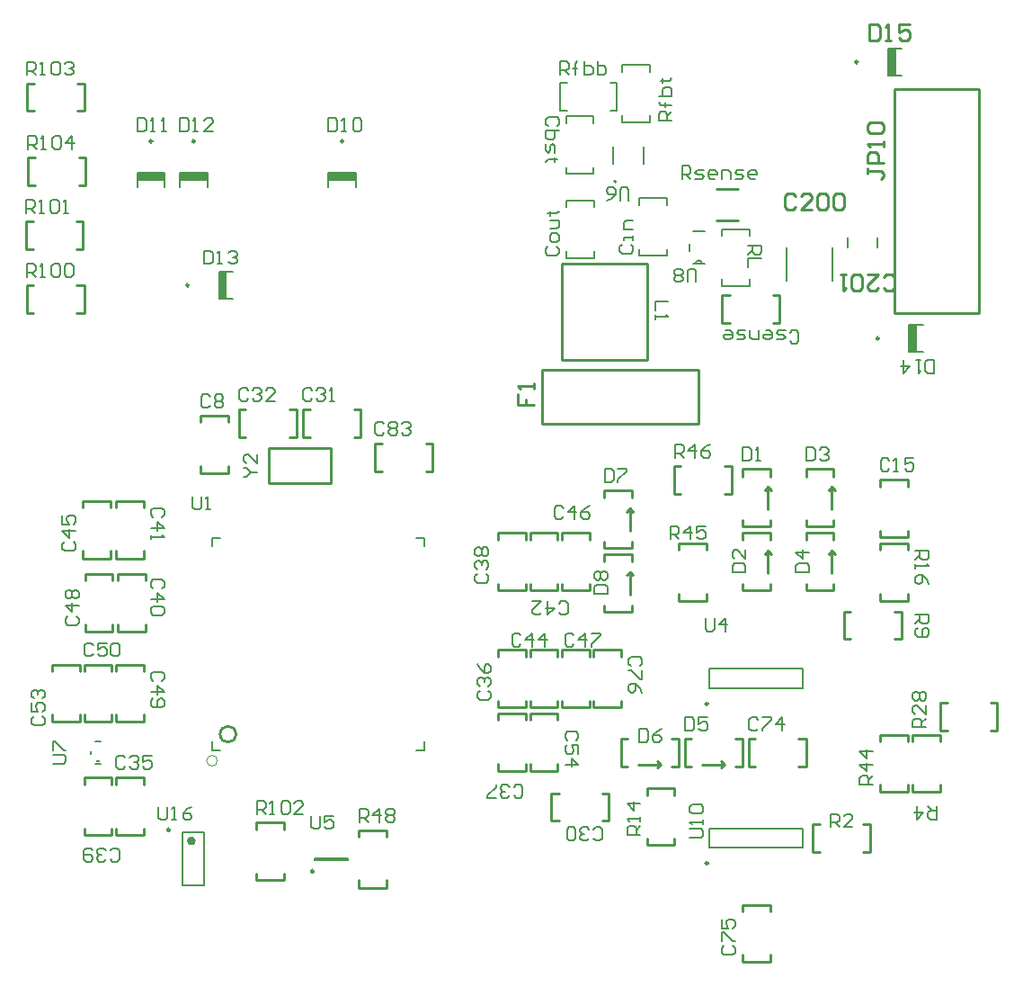
<source format=gto>
G04 Layer_Color=65535*
%FSLAX25Y25*%
%MOIN*%
G70*
G01*
G75*
%ADD31C,0.00787*%
%ADD32C,0.01000*%
%ADD57C,0.00984*%
%ADD58C,0.00600*%
%ADD59C,0.01575*%
%ADD60C,0.00000*%
%ADD61C,0.00800*%
%ADD62C,0.00591*%
%ADD63R,0.03062X0.10236*%
%ADD64R,0.10236X0.03062*%
D31*
X349606Y404547D02*
G03*
X349606Y404547I-394J0D01*
G01*
X435433Y380118D02*
Y383661D01*
X446457Y380118D02*
Y383661D01*
X429823Y367913D02*
Y380118D01*
X412697Y367913D02*
Y380118D01*
X458268Y341339D02*
Y351575D01*
Y341339D02*
X463527D01*
X458268Y351575D02*
X458268Y351575D01*
X463527D01*
X450394Y453937D02*
X455653D01*
X450394Y453937D02*
X450394Y453937D01*
X450394Y443701D02*
X455653D01*
X450394D02*
Y453937D01*
X202362Y361024D02*
Y371260D01*
Y361024D02*
X207622D01*
X202362Y371260D02*
X202362Y371260D01*
X207622D01*
X187795Y407874D02*
X198031D01*
X187795Y402614D02*
Y407874D01*
X198031D02*
X198031Y407874D01*
Y402614D02*
Y407874D01*
X172047Y407874D02*
X182283D01*
X172047Y402614D02*
Y407874D01*
X182283D02*
X182283Y407874D01*
Y402614D02*
Y407874D01*
X242913Y407874D02*
X253150D01*
X242913Y402614D02*
Y407874D01*
X253150D02*
X253150Y407874D01*
Y402614D02*
Y407874D01*
X188976Y143701D02*
Y163386D01*
X196850Y143701D02*
Y163386D01*
X188976D02*
X196850D01*
X188976Y143701D02*
X196850D01*
X418898Y157874D02*
Y164961D01*
X384252Y157874D02*
Y164961D01*
X418898D01*
X384252Y157874D02*
X418898D01*
X237992Y153150D02*
Y153937D01*
X250197Y153150D02*
Y153937D01*
X237992Y153150D02*
X250197D01*
X237992Y153937D02*
X250197D01*
X418898Y216929D02*
Y224016D01*
X384252Y216929D02*
Y224016D01*
X418898D01*
X384252Y216929D02*
X418898D01*
X359842Y411240D02*
Y417539D01*
X348425Y411240D02*
Y417539D01*
X351969Y447657D02*
X362205D01*
X351969Y426398D02*
X362205D01*
X351969D02*
Y429153D01*
X362205Y426398D02*
Y429153D01*
Y445295D02*
Y447657D01*
X351969Y445295D02*
Y447657D01*
X350000Y430925D02*
Y441161D01*
X328740Y430925D02*
Y441161D01*
X331496D01*
X328740Y430925D02*
X331496D01*
X347638D02*
X350000D01*
X347638Y441161D02*
X350000D01*
X331299Y397461D02*
X341535D01*
X331299Y376201D02*
X341535D01*
X331299D02*
Y378957D01*
X341535Y376201D02*
Y378957D01*
Y395098D02*
Y397461D01*
X331299Y395098D02*
Y397461D01*
X358268Y377177D02*
X368504D01*
X358268Y398437D02*
X368504D01*
Y395681D02*
Y398437D01*
X358268Y395681D02*
Y398437D01*
Y377177D02*
Y379539D01*
X368504Y377177D02*
Y379539D01*
X331102Y407500D02*
X341339D01*
X331102Y428760D02*
X341339D01*
Y426004D02*
Y428760D01*
X331102Y426004D02*
Y428760D01*
Y407500D02*
Y409862D01*
X341339Y407500D02*
Y409862D01*
X388976Y384559D02*
Y386921D01*
X399213Y384559D02*
Y386921D01*
Y365661D02*
Y368417D01*
X388976Y365661D02*
Y368417D01*
Y365661D02*
X399213D01*
X388976Y386921D02*
X399213D01*
X378215Y386130D02*
X382415D01*
X376915Y378830D02*
Y381430D01*
X378215Y374130D02*
X379115D01*
X381515D01*
X382415D01*
D32*
X208661Y199803D02*
G03*
X208661Y199803I-2953J0D01*
G01*
X329528Y338602D02*
Y374035D01*
Y338602D02*
X361024D01*
Y374035D01*
X329528D02*
X361024D01*
X452756Y355906D02*
X484252D01*
Y438976D01*
X452756D02*
X484252D01*
X452756Y355906D02*
Y438976D01*
X243783Y292713D02*
Y305713D01*
X220783D02*
X243783D01*
X220783Y292713D02*
Y305713D01*
Y292713D02*
X243783D01*
X152756Y403150D02*
Y413386D01*
X131496Y403150D02*
Y413386D01*
X134252D01*
X131496Y403150D02*
X134252D01*
X150394D02*
X152756D01*
X150394Y413386D02*
X152756D01*
X152362Y430709D02*
Y440945D01*
X131102Y430709D02*
Y440945D01*
X133858D01*
X131102Y430709D02*
X133858D01*
X150000D02*
X152362D01*
X150000Y440945D02*
X152362D01*
X216339Y145866D02*
X226575D01*
X216339Y167126D02*
X226575D01*
Y164370D02*
Y167126D01*
X216339Y164370D02*
Y167126D01*
Y145866D02*
Y148228D01*
X226575Y145866D02*
Y148228D01*
X151969Y379528D02*
Y389764D01*
X130709Y379528D02*
Y389764D01*
X133465D01*
X130709Y379528D02*
X133465D01*
X149606D02*
X151969D01*
X149606Y389764D02*
X151969D01*
X131102Y355906D02*
Y366142D01*
X152362Y355906D02*
Y366142D01*
X149606Y355906D02*
X152362D01*
X149606Y366142D02*
X152362D01*
X131102D02*
X133465D01*
X131102Y355906D02*
X133465D01*
X254331Y164173D02*
X264567D01*
X254331Y142913D02*
X264567D01*
X254331D02*
Y145669D01*
X264567Y142913D02*
Y145669D01*
Y161811D02*
Y164173D01*
X254331Y161811D02*
Y164173D01*
X371260Y288976D02*
Y299213D01*
X392520Y288976D02*
Y299213D01*
X389764Y288976D02*
X392520D01*
X389764Y299213D02*
X392520D01*
X371260D02*
X373622D01*
X371260Y288976D02*
X373622D01*
X372835Y270472D02*
X383071D01*
X372835Y249213D02*
X383071D01*
X372835D02*
Y251969D01*
X383071Y249213D02*
Y251969D01*
Y268110D02*
Y270472D01*
X372835Y268110D02*
Y270472D01*
X447638Y199606D02*
X457874D01*
X447638Y178347D02*
X457874D01*
X447638D02*
Y181102D01*
X457874Y178347D02*
Y181102D01*
Y197244D02*
Y199606D01*
X447638Y197244D02*
Y199606D01*
X490945Y201181D02*
Y211417D01*
X469685Y201181D02*
Y211417D01*
X472441D01*
X469685Y201181D02*
X472441D01*
X488583D02*
X490945D01*
X488583Y211417D02*
X490945D01*
X447638Y270472D02*
X457874D01*
X447638Y249213D02*
X457874D01*
X447638D02*
Y251969D01*
X457874Y249213D02*
Y251969D01*
Y268110D02*
Y270472D01*
X447638Y268110D02*
Y270472D01*
X361024Y158661D02*
X371260D01*
X361024Y179921D02*
X371260D01*
Y177165D02*
Y179921D01*
X361024Y177165D02*
Y179921D01*
Y158661D02*
Y161024D01*
X371260Y158661D02*
Y161024D01*
X434252Y235039D02*
Y245276D01*
X455512Y235039D02*
Y245276D01*
X452756Y235039D02*
X455512D01*
X452756Y245276D02*
X455512D01*
X434252D02*
X436614D01*
X434252Y235039D02*
X436614D01*
X459449Y199606D02*
X469685D01*
X459449Y178347D02*
X469685D01*
X459449D02*
Y181102D01*
X469685Y178347D02*
Y181102D01*
Y197244D02*
Y199606D01*
X459449Y197244D02*
Y199606D01*
X443701Y156299D02*
Y166535D01*
X422441Y156299D02*
Y166535D01*
X425197D01*
X422441Y156299D02*
X425197D01*
X441339D02*
X443701D01*
X441339Y166535D02*
X443701D01*
X345276Y245276D02*
X355512D01*
Y263779D02*
Y266535D01*
X345276Y263779D02*
Y266535D01*
Y245276D02*
Y247638D01*
X355512Y245276D02*
Y247638D01*
X345276Y266535D02*
X355512D01*
X354724Y251575D02*
Y259842D01*
X355906Y258661D01*
X353543D02*
X354724Y259842D01*
X345276Y268898D02*
X355512D01*
Y287402D02*
Y290158D01*
X345276Y287402D02*
Y290158D01*
Y268898D02*
Y271260D01*
X355512Y268898D02*
Y271260D01*
X345276Y290158D02*
X355512D01*
X354724Y275197D02*
Y283465D01*
X355906Y282283D01*
X353543D02*
X354724Y283465D01*
X351575Y187795D02*
Y198031D01*
X370079Y187795D02*
X372835D01*
X370079Y198031D02*
X372835D01*
X351575D02*
X353937D01*
X351575Y187795D02*
X353937D01*
X372835D02*
Y198031D01*
X357874Y188583D02*
X366142D01*
X364961Y187402D02*
X366142Y188583D01*
X364961Y189764D02*
X366142Y188583D01*
X375197Y187795D02*
Y198031D01*
X393701Y187795D02*
X396457D01*
X393701Y198031D02*
X396457D01*
X375197D02*
X377559D01*
X375197Y187795D02*
X377559D01*
X396457D02*
Y198031D01*
X381496Y188583D02*
X389764D01*
X388583Y187402D02*
X389764Y188583D01*
X388583Y189764D02*
X389764Y188583D01*
X420079Y253150D02*
X430315D01*
Y271654D02*
Y274410D01*
X420079Y271654D02*
Y274410D01*
Y253150D02*
Y255512D01*
X430315Y253150D02*
Y255512D01*
X420079Y274410D02*
X430315D01*
X429528Y259449D02*
Y267717D01*
X430709Y266535D01*
X428346D02*
X429528Y267717D01*
X420079Y276772D02*
X430315D01*
Y295276D02*
Y298031D01*
X420079Y295276D02*
Y298031D01*
Y276772D02*
Y279134D01*
X430315Y276772D02*
Y279134D01*
X420079Y298031D02*
X430315D01*
X429528Y283071D02*
Y291339D01*
X430709Y290158D01*
X428346D02*
X429528Y291339D01*
X396457Y253150D02*
X406693D01*
Y271654D02*
Y274410D01*
X396457Y271654D02*
Y274410D01*
Y253150D02*
Y255512D01*
X406693Y253150D02*
Y255512D01*
X396457Y274410D02*
X406693D01*
X405905Y259449D02*
Y267717D01*
X407087Y266535D01*
X404724D02*
X405905Y267717D01*
X396457Y276772D02*
X406693D01*
Y295276D02*
Y298031D01*
X396457Y295276D02*
Y298031D01*
Y276772D02*
Y279134D01*
X406693Y276772D02*
Y279134D01*
X396457Y298031D02*
X406693D01*
X405905Y283071D02*
Y291339D01*
X407087Y290158D01*
X404724D02*
X405905Y291339D01*
X410236Y352165D02*
Y362402D01*
X388976Y352165D02*
Y362402D01*
X391732D01*
X388976Y352165D02*
X391732D01*
X407874D02*
X410236D01*
X407874Y362402D02*
X410236D01*
X281496Y297244D02*
Y307480D01*
X260236Y297244D02*
Y307480D01*
X262992D01*
X260236Y297244D02*
X262992D01*
X279134D02*
X281496D01*
X279134Y307480D02*
X281496D01*
X341339Y209842D02*
X351575D01*
X341339Y231102D02*
X351575D01*
Y228346D02*
Y231102D01*
X341339Y228346D02*
Y231102D01*
Y209842D02*
Y212205D01*
X351575Y209842D02*
Y212205D01*
X396457Y136614D02*
X406693D01*
X396457Y115354D02*
X406693D01*
X396457D02*
Y118110D01*
X406693Y115354D02*
Y118110D01*
Y134252D02*
Y136614D01*
X396457Y134252D02*
Y136614D01*
X398819Y187795D02*
Y198031D01*
X420079Y187795D02*
Y198031D01*
X417323Y187795D02*
X420079D01*
X417323Y198031D02*
X420079D01*
X398819D02*
X401181D01*
X398819Y187795D02*
X401181D01*
X317717Y207480D02*
X327953D01*
X317717Y186221D02*
X327953D01*
X317717D02*
Y188976D01*
X327953Y186221D02*
Y188976D01*
Y205118D02*
Y207480D01*
X317717Y205118D02*
Y207480D01*
X140551Y225591D02*
X150787D01*
X140551Y204331D02*
X150787D01*
X140551D02*
Y207087D01*
X150787Y204331D02*
Y207087D01*
Y223228D02*
Y225591D01*
X140551Y223228D02*
Y225591D01*
X152362D02*
X162598D01*
X152362Y204331D02*
X162598D01*
X152362D02*
Y207087D01*
X162598Y204331D02*
Y207087D01*
Y223228D02*
Y225591D01*
X152362Y223228D02*
Y225591D01*
X164173D02*
X174409D01*
X164173Y204331D02*
X174409D01*
X164173D02*
Y207087D01*
X174409Y204331D02*
Y207087D01*
Y223228D02*
Y225591D01*
X164173Y223228D02*
Y225591D01*
X152756Y259055D02*
X162992D01*
X152756Y237795D02*
X162992D01*
X152756D02*
Y240551D01*
X162992Y237795D02*
Y240551D01*
Y256693D02*
Y259055D01*
X152756Y256693D02*
Y259055D01*
X329528Y209842D02*
X339764D01*
X329528Y231102D02*
X339764D01*
Y228346D02*
Y231102D01*
X329528Y228346D02*
Y231102D01*
Y209842D02*
Y212205D01*
X339764Y209842D02*
Y212205D01*
X329528Y253150D02*
X339764D01*
X329528Y274410D02*
X339764D01*
Y271654D02*
Y274410D01*
X329528Y271654D02*
Y274410D01*
Y253150D02*
Y255512D01*
X339764Y253150D02*
Y255512D01*
X151969Y286221D02*
X162205D01*
X151969Y264961D02*
X162205D01*
X151969D02*
Y267717D01*
X162205Y264961D02*
Y267717D01*
Y283858D02*
Y286221D01*
X151969Y283858D02*
Y286221D01*
X317717Y209842D02*
X327953D01*
X317717Y231102D02*
X327953D01*
Y228346D02*
Y231102D01*
X317717Y228346D02*
Y231102D01*
Y209842D02*
Y212205D01*
X327953Y209842D02*
Y212205D01*
X317717Y253150D02*
X327953D01*
X317717Y274410D02*
X327953D01*
Y271654D02*
Y274410D01*
X317717Y271654D02*
Y274410D01*
Y253150D02*
Y255512D01*
X327953Y253150D02*
Y255512D01*
X164173Y286221D02*
X174409D01*
X164173Y264961D02*
X174409D01*
X164173D02*
Y267717D01*
X174409Y264961D02*
Y267717D01*
Y283858D02*
Y286221D01*
X164173Y283858D02*
Y286221D01*
X164961Y259055D02*
X175197D01*
X164961Y237795D02*
X175197D01*
X164961D02*
Y240551D01*
X175197Y237795D02*
Y240551D01*
Y256693D02*
Y259055D01*
X164961Y256693D02*
Y259055D01*
X152362Y162598D02*
X162598D01*
X152362Y183858D02*
X162598D01*
Y181102D02*
Y183858D01*
X152362Y181102D02*
Y183858D01*
Y162598D02*
Y164961D01*
X162598Y162598D02*
Y164961D01*
X305906Y253150D02*
X316142D01*
X305906Y274410D02*
X316142D01*
Y271654D02*
Y274410D01*
X305906Y271654D02*
Y274410D01*
Y253150D02*
Y255512D01*
X316142Y253150D02*
Y255512D01*
X305906Y207480D02*
X316142D01*
X305906Y186221D02*
X316142D01*
X305906D02*
Y188976D01*
X316142Y186221D02*
Y188976D01*
Y205118D02*
Y207480D01*
X305906Y205118D02*
Y207480D01*
Y209842D02*
X316142D01*
X305906Y231102D02*
X316142D01*
Y228346D02*
Y231102D01*
X305906Y228346D02*
Y231102D01*
Y209842D02*
Y212205D01*
X316142Y209842D02*
Y212205D01*
X164173Y162598D02*
X174409D01*
X164173Y183858D02*
X174409D01*
Y181102D02*
Y183858D01*
X164173Y181102D02*
Y183858D01*
Y162598D02*
Y164961D01*
X174409Y162598D02*
Y164961D01*
X209842Y309842D02*
Y320079D01*
X231102Y309842D02*
Y320079D01*
X228346Y309842D02*
X231102D01*
X228346Y320079D02*
X231102D01*
X209842D02*
X212205D01*
X209842Y309842D02*
X212205D01*
X254724D02*
Y320079D01*
X233465Y309842D02*
Y320079D01*
X236221D01*
X233465Y309842D02*
X236221D01*
X252362D02*
X254724D01*
X252362Y320079D02*
X254724D01*
X346850Y167717D02*
Y177953D01*
X325590Y167717D02*
Y177953D01*
X328346D01*
X325590Y167717D02*
X328346D01*
X344488D02*
X346850D01*
X344488Y177953D02*
X346850D01*
X447638Y272835D02*
X457874D01*
X447638Y294094D02*
X457874D01*
Y291339D02*
Y294094D01*
X447638Y291339D02*
Y294094D01*
Y272835D02*
Y275197D01*
X457874Y272835D02*
Y275197D01*
X195669Y317717D02*
X205906D01*
X195669Y296457D02*
X205906D01*
X195669D02*
Y299213D01*
X205906Y296457D02*
Y299213D01*
Y315354D02*
Y317717D01*
X195669Y315354D02*
Y317717D01*
X380315Y314961D02*
Y334646D01*
X322047D02*
X380315D01*
X322047Y314961D02*
Y334646D01*
Y314961D02*
X380315D01*
X387008Y390071D02*
X394882D01*
X387008Y401882D02*
X394882D01*
X448757Y365080D02*
X449757Y364081D01*
X451756D01*
X452756Y365080D01*
Y369079D01*
X451756Y370079D01*
X449757D01*
X448757Y369079D01*
X442759Y370079D02*
X446758D01*
X442759Y366080D01*
Y365080D01*
X443759Y364081D01*
X445758D01*
X446758Y365080D01*
X440760D02*
X439760Y364081D01*
X437761D01*
X436761Y365080D01*
Y369079D01*
X437761Y370079D01*
X439760D01*
X440760Y369079D01*
Y365080D01*
X434762Y370079D02*
X432762D01*
X433762D01*
Y364081D01*
X434762Y365080D01*
X416074Y399260D02*
X415074Y400259D01*
X413074D01*
X412075Y399260D01*
Y395261D01*
X413074Y394261D01*
X415074D01*
X416074Y395261D01*
X422072Y394261D02*
X418073D01*
X422072Y398260D01*
Y399260D01*
X421072Y400259D01*
X419072D01*
X418073Y399260D01*
X424071D02*
X425071Y400259D01*
X427070D01*
X428070Y399260D01*
Y395261D01*
X427070Y394261D01*
X425071D01*
X424071Y395261D01*
Y399260D01*
X430069D02*
X431069Y400259D01*
X433068D01*
X434068Y399260D01*
Y395261D01*
X433068Y394261D01*
X431069D01*
X430069Y395261D01*
Y399260D01*
X442821Y409511D02*
Y407511D01*
Y408511D01*
X447819D01*
X448819Y407511D01*
Y406511D01*
X447819Y405512D01*
X448819Y411510D02*
X442821D01*
Y414509D01*
X443820Y415509D01*
X445820D01*
X446820Y414509D01*
Y411510D01*
X448819Y417508D02*
Y419507D01*
Y418508D01*
X442821D01*
X443820Y417508D01*
Y422506D02*
X442821Y423506D01*
Y425505D01*
X443820Y426505D01*
X447819D01*
X448819Y425505D01*
Y423506D01*
X447819Y422506D01*
X443820D01*
X443602Y462691D02*
Y456693D01*
X446601D01*
X447601Y457693D01*
Y461691D01*
X446601Y462691D01*
X443602D01*
X449600Y456693D02*
X451600D01*
X450600D01*
Y462691D01*
X449600Y461691D01*
X458598Y462691D02*
X454599D01*
Y459692D01*
X456598Y460692D01*
X457598D01*
X458598Y459692D01*
Y457693D01*
X457598Y456693D01*
X455598D01*
X454599Y457693D01*
X313293Y325652D02*
Y321654D01*
X316292D01*
Y323653D01*
Y321654D01*
X319291D01*
Y327652D02*
Y329651D01*
Y328651D01*
X313293D01*
X314293Y327652D01*
D57*
X447146Y346457D02*
G03*
X447146Y346457I-492J0D01*
G01*
X439272Y448819D02*
G03*
X439272Y448819I-492J0D01*
G01*
X191240Y366142D02*
G03*
X191240Y366142I-492J0D01*
G01*
X193405Y419488D02*
G03*
X193405Y419488I-492J0D01*
G01*
X177657D02*
G03*
X177657Y419488I-492J0D01*
G01*
X248524D02*
G03*
X248524Y419488I-492J0D01*
G01*
X184153Y164390D02*
G03*
X184153Y164390I-492J0D01*
G01*
X383720Y151969D02*
G03*
X383720Y151969I-492J0D01*
G01*
X237500Y149016D02*
G03*
X237500Y149016I-492J0D01*
G01*
X383720Y211024D02*
G03*
X383720Y211024I-492J0D01*
G01*
D58*
X157990Y189809D02*
G03*
X156990Y189818I-510J-1093D01*
G01*
X381515Y374130D02*
G03*
X379115Y374130I-1200J0D01*
G01*
X156580Y188713D02*
X158380D01*
X154680Y192313D02*
Y193513D01*
X156580Y197113D02*
X158380D01*
D59*
X192913Y160236D02*
G03*
X192913Y160236I-787J0D01*
G01*
D60*
X201772Y189961D02*
G03*
X201772Y189961I-1969J0D01*
G01*
D61*
X199803Y193898D02*
Y197047D01*
Y193898D02*
X202953D01*
X275394D02*
X278543D01*
Y197047D01*
Y269488D02*
Y272638D01*
X275394D02*
X278543D01*
X199803D02*
X202953D01*
X199803Y269488D02*
Y272638D01*
D62*
X379331Y367336D02*
Y371436D01*
X378511Y372256D01*
X376871D01*
X376051Y371436D01*
Y367336D01*
X374411Y368156D02*
X373591Y367336D01*
X371951D01*
X371131Y368156D01*
Y368976D01*
X371951Y369796D01*
X371131Y370616D01*
Y371436D01*
X371951Y372256D01*
X373591D01*
X374411Y371436D01*
Y370616D01*
X373591Y369796D01*
X374411Y368976D01*
Y368156D01*
X373591Y369796D02*
X371951D01*
X374016Y405512D02*
Y410431D01*
X376476D01*
X377295Y409612D01*
Y407972D01*
X376476Y407152D01*
X374016D01*
X375656D02*
X377295Y405512D01*
X378935D02*
X381395D01*
X382215Y406332D01*
X381395Y407152D01*
X379755D01*
X378935Y407972D01*
X379755Y408792D01*
X382215D01*
X386315Y405512D02*
X384675D01*
X383855Y406332D01*
Y407972D01*
X384675Y408792D01*
X386315D01*
X387135Y407972D01*
Y407152D01*
X383855D01*
X388775Y405512D02*
Y408792D01*
X391235D01*
X392055Y407972D01*
Y405512D01*
X393694D02*
X396154D01*
X396974Y406332D01*
X396154Y407152D01*
X394514D01*
X393694Y407972D01*
X394514Y408792D01*
X396974D01*
X401074Y405512D02*
X399434D01*
X398614Y406332D01*
Y407972D01*
X399434Y408792D01*
X401074D01*
X401894Y407972D01*
Y407152D01*
X398614D01*
X398622Y380906D02*
X403542D01*
Y378446D01*
X402722Y377626D01*
X401082D01*
X400262Y378446D01*
Y380906D01*
Y379266D02*
X398622Y377626D01*
X403542Y375986D02*
X398622D01*
Y372706D01*
X327722Y425067D02*
X328542Y425887D01*
Y427527D01*
X327722Y428346D01*
X324442D01*
X323622Y427527D01*
Y425887D01*
X324442Y425067D01*
X328542Y423427D02*
X323622D01*
Y420967D01*
X324442Y420147D01*
X325262D01*
X326082D01*
X326902Y420967D01*
Y423427D01*
X323622Y418507D02*
Y416047D01*
X324442Y415227D01*
X325262Y416047D01*
Y417687D01*
X326082Y418507D01*
X326902Y417687D01*
Y415227D01*
X327722Y412768D02*
X326902D01*
Y413587D01*
Y411948D01*
Y412768D01*
X324442D01*
X323622Y411948D01*
X351806Y381233D02*
X350986Y380413D01*
Y378773D01*
X351806Y377953D01*
X355086D01*
X355906Y378773D01*
Y380413D01*
X355086Y381233D01*
X355906Y382872D02*
Y384512D01*
Y383692D01*
X352626D01*
Y382872D01*
X355906Y386972D02*
X352626D01*
Y389432D01*
X353446Y390252D01*
X355906D01*
X324247Y380445D02*
X323427Y379625D01*
Y377985D01*
X324247Y377165D01*
X327526D01*
X328346Y377985D01*
Y379625D01*
X327526Y380445D01*
X328346Y382905D02*
Y384545D01*
X327526Y385365D01*
X325887D01*
X325067Y384545D01*
Y382905D01*
X325887Y382085D01*
X327526D01*
X328346Y382905D01*
X325067Y387005D02*
X327526D01*
X328346Y387825D01*
Y390284D01*
X325067D01*
X324247Y392744D02*
X325067D01*
Y391924D01*
Y393564D01*
Y392744D01*
X327526D01*
X328346Y393564D01*
X368935Y360177D02*
X364016D01*
Y356897D01*
Y355258D02*
Y353618D01*
Y354438D01*
X368935D01*
X368115Y355258D01*
X328740Y444095D02*
Y449014D01*
X331200D01*
X332020Y448194D01*
Y446554D01*
X331200Y445734D01*
X328740D01*
X330380D02*
X332020Y444095D01*
X334480D02*
Y448194D01*
Y446554D01*
X333660D01*
X335300D01*
X334480D01*
Y448194D01*
X335300Y449014D01*
X337759D02*
Y444095D01*
X340219D01*
X341039Y444914D01*
Y445734D01*
Y446554D01*
X340219Y447374D01*
X337759D01*
X342679Y449014D02*
Y444095D01*
X345139D01*
X345959Y444914D01*
Y445734D01*
Y446554D01*
X345139Y447374D01*
X342679D01*
X370276Y427177D02*
X365356D01*
Y429637D01*
X366176Y430457D01*
X367816D01*
X368636Y429637D01*
Y427177D01*
Y428817D02*
X370276Y430457D01*
Y432917D02*
X366176D01*
X367816D01*
Y432097D01*
Y433737D01*
Y432917D01*
X366176D01*
X365356Y433737D01*
Y436197D02*
X370276D01*
Y438656D01*
X369456Y439476D01*
X368636D01*
X367816D01*
X366996Y438656D01*
Y436197D01*
X366176Y441936D02*
X366996D01*
Y441116D01*
Y442756D01*
Y441936D01*
X369456D01*
X370276Y442756D01*
X192600Y287920D02*
Y283820D01*
X193420Y283000D01*
X195060D01*
X195880Y283820D01*
Y287920D01*
X197520Y283000D02*
X199160D01*
X198340D01*
Y287920D01*
X197520Y287100D01*
X354331Y397443D02*
Y401542D01*
X353511Y402362D01*
X351871D01*
X351051Y401542D01*
Y397443D01*
X346131D02*
X347771Y398263D01*
X349411Y399902D01*
Y401542D01*
X348591Y402362D01*
X346951D01*
X346131Y401542D01*
Y400722D01*
X346951Y399902D01*
X349411D01*
X199080Y324900D02*
X198260Y325720D01*
X196620D01*
X195800Y324900D01*
Y321620D01*
X196620Y320800D01*
X198260D01*
X199080Y321620D01*
X200720Y324900D02*
X201540Y325720D01*
X203180D01*
X203999Y324900D01*
Y324080D01*
X203180Y323260D01*
X203999Y322440D01*
Y321620D01*
X203180Y320800D01*
X201540D01*
X200720Y321620D01*
Y322440D01*
X201540Y323260D01*
X200720Y324080D01*
Y324900D01*
X201540Y323260D02*
X203180D01*
X450980Y301300D02*
X450160Y302120D01*
X448520D01*
X447700Y301300D01*
Y298020D01*
X448520Y297200D01*
X450160D01*
X450980Y298020D01*
X452620Y297200D02*
X454260D01*
X453440D01*
Y302120D01*
X452620Y301300D01*
X459999Y302120D02*
X456719D01*
Y299660D01*
X458359Y300480D01*
X459179D01*
X459999Y299660D01*
Y298020D01*
X459179Y297200D01*
X457539D01*
X456719Y298020D01*
X341208Y161255D02*
X342028Y160435D01*
X343668D01*
X344488Y161255D01*
Y164534D01*
X343668Y165354D01*
X342028D01*
X341208Y164534D01*
X339568Y161255D02*
X338749Y160435D01*
X337109D01*
X336289Y161255D01*
Y162074D01*
X337109Y162894D01*
X337929D01*
X337109D01*
X336289Y163714D01*
Y164534D01*
X337109Y165354D01*
X338749D01*
X339568Y164534D01*
X334649Y161255D02*
X333829Y160435D01*
X332189D01*
X331369Y161255D01*
Y164534D01*
X332189Y165354D01*
X333829D01*
X334649Y164534D01*
Y161255D01*
X236880Y327300D02*
X236060Y328120D01*
X234420D01*
X233600Y327300D01*
Y324020D01*
X234420Y323200D01*
X236060D01*
X236880Y324020D01*
X238520Y327300D02*
X239340Y328120D01*
X240980D01*
X241799Y327300D01*
Y326480D01*
X240980Y325660D01*
X240160D01*
X240980D01*
X241799Y324840D01*
Y324020D01*
X240980Y323200D01*
X239340D01*
X238520Y324020D01*
X243439Y323200D02*
X245079D01*
X244259D01*
Y328120D01*
X243439Y327300D01*
X213180D02*
X212360Y328120D01*
X210720D01*
X209900Y327300D01*
Y324020D01*
X210720Y323200D01*
X212360D01*
X213180Y324020D01*
X214820Y327300D02*
X215640Y328120D01*
X217280D01*
X218099Y327300D01*
Y326480D01*
X217280Y325660D01*
X216460D01*
X217280D01*
X218099Y324840D01*
Y324020D01*
X217280Y323200D01*
X215640D01*
X214820Y324020D01*
X223019Y323200D02*
X219739D01*
X223019Y326480D01*
Y327300D01*
X222199Y328120D01*
X220559D01*
X219739Y327300D01*
X167580Y191000D02*
X166760Y191820D01*
X165120D01*
X164300Y191000D01*
Y187720D01*
X165120Y186900D01*
X166760D01*
X167580Y187720D01*
X169220Y191000D02*
X170040Y191820D01*
X171679D01*
X172500Y191000D01*
Y190180D01*
X171679Y189360D01*
X170860D01*
X171679D01*
X172500Y188540D01*
Y187720D01*
X171679Y186900D01*
X170040D01*
X169220Y187720D01*
X177419Y191820D02*
X174139D01*
Y189360D01*
X175779Y190180D01*
X176599D01*
X177419Y189360D01*
Y187720D01*
X176599Y186900D01*
X174959D01*
X174139Y187720D01*
X299050Y215878D02*
X298230Y215058D01*
Y213418D01*
X299050Y212598D01*
X302330D01*
X303150Y213418D01*
Y215058D01*
X302330Y215878D01*
X299050Y217518D02*
X298230Y218338D01*
Y219978D01*
X299050Y220798D01*
X299870D01*
X300690Y219978D01*
Y219158D01*
Y219978D01*
X301510Y220798D01*
X302330D01*
X303150Y219978D01*
Y218338D01*
X302330Y217518D01*
X298230Y225717D02*
X299050Y224078D01*
X300690Y222438D01*
X302330D01*
X303150Y223258D01*
Y224898D01*
X302330Y225717D01*
X301510D01*
X300690Y224898D01*
Y222438D01*
X311681Y177003D02*
X312501Y176183D01*
X314141D01*
X314961Y177003D01*
Y180282D01*
X314141Y181102D01*
X312501D01*
X311681Y180282D01*
X310041Y177003D02*
X309221Y176183D01*
X307581D01*
X306761Y177003D01*
Y177823D01*
X307581Y178642D01*
X308401D01*
X307581D01*
X306761Y179463D01*
Y180282D01*
X307581Y181102D01*
X309221D01*
X310041Y180282D01*
X305121Y176183D02*
X301841D01*
Y177003D01*
X305121Y180282D01*
Y181102D01*
X301344Y259185D02*
X302164Y258365D01*
Y256726D01*
X301344Y255906D01*
X298064D01*
X297244Y256726D01*
Y258365D01*
X298064Y259185D01*
X301344Y260825D02*
X302164Y261645D01*
Y263285D01*
X301344Y264105D01*
X300524D01*
X299704Y263285D01*
Y262465D01*
Y263285D01*
X298884Y264105D01*
X298064D01*
X297244Y263285D01*
Y261645D01*
X298064Y260825D01*
X301344Y265745D02*
X302164Y266565D01*
Y268205D01*
X301344Y269025D01*
X300524D01*
X299704Y268205D01*
X298884Y269025D01*
X298064D01*
X297244Y268205D01*
Y266565D01*
X298064Y265745D01*
X298884D01*
X299704Y266565D01*
X300524Y265745D01*
X301344D01*
X299704Y266565D02*
Y268205D01*
X162074Y153381D02*
X162894Y152561D01*
X164534D01*
X165354Y153381D01*
Y156660D01*
X164534Y157480D01*
X162894D01*
X162074Y156660D01*
X160435Y153381D02*
X159615Y152561D01*
X157975D01*
X157155Y153381D01*
Y154200D01*
X157975Y155020D01*
X158795D01*
X157975D01*
X157155Y155840D01*
Y156660D01*
X157975Y157480D01*
X159615D01*
X160435Y156660D01*
X155515D02*
X154695Y157480D01*
X153055D01*
X152235Y156660D01*
Y153381D01*
X153055Y152561D01*
X154695D01*
X155515Y153381D01*
Y154200D01*
X154695Y155020D01*
X152235D01*
X181265Y253807D02*
X182085Y254627D01*
Y256267D01*
X181265Y257087D01*
X177985D01*
X177165Y256267D01*
Y254627D01*
X177985Y253807D01*
X177165Y249707D02*
X182085D01*
X179625Y252167D01*
Y248887D01*
X181265Y247247D02*
X182085Y246427D01*
Y244787D01*
X181265Y243968D01*
X177985D01*
X177165Y244787D01*
Y246427D01*
X177985Y247247D01*
X181265D01*
Y280185D02*
X182085Y281005D01*
Y282645D01*
X181265Y283465D01*
X177985D01*
X177165Y282645D01*
Y281005D01*
X177985Y280185D01*
X177165Y276085D02*
X182085D01*
X179625Y278545D01*
Y275265D01*
X177165Y273625D02*
Y271985D01*
Y272805D01*
X182085D01*
X181265Y273625D01*
X328413Y244916D02*
X329233Y244096D01*
X330873D01*
X331693Y244916D01*
Y248196D01*
X330873Y249016D01*
X329233D01*
X328413Y248196D01*
X324313Y249016D02*
Y244096D01*
X326773Y246556D01*
X323494D01*
X318574Y249016D02*
X321854D01*
X318574Y245736D01*
Y244916D01*
X319394Y244096D01*
X321034D01*
X321854Y244916D01*
X314303Y236383D02*
X313483Y237203D01*
X311844D01*
X311024Y236383D01*
Y233103D01*
X311844Y232283D01*
X313483D01*
X314303Y233103D01*
X318403Y232283D02*
Y237203D01*
X315943Y234743D01*
X319223D01*
X323323Y232283D02*
Y237203D01*
X320863Y234743D01*
X324143D01*
X145113Y270996D02*
X144293Y270176D01*
Y268536D01*
X145113Y267717D01*
X148393D01*
X149213Y268536D01*
Y270176D01*
X148393Y270996D01*
X149213Y275096D02*
X144293D01*
X146753Y272636D01*
Y275916D01*
X144293Y280836D02*
Y277556D01*
X146753D01*
X145933Y279196D01*
Y280016D01*
X146753Y280836D01*
X148393D01*
X149213Y280016D01*
Y278376D01*
X148393Y277556D01*
X330051Y283627D02*
X329232Y284447D01*
X327592D01*
X326772Y283627D01*
Y280347D01*
X327592Y279528D01*
X329232D01*
X330051Y280347D01*
X334151Y279528D02*
Y284447D01*
X331691Y281987D01*
X334971D01*
X339891Y284447D02*
X338251Y283627D01*
X336611Y281987D01*
Y280347D01*
X337431Y279528D01*
X339071D01*
X339891Y280347D01*
Y281168D01*
X339071Y281987D01*
X336611D01*
X333988Y236383D02*
X333169Y237203D01*
X331529D01*
X330709Y236383D01*
Y233103D01*
X331529Y232283D01*
X333169D01*
X333988Y233103D01*
X338088Y232283D02*
Y237203D01*
X335628Y234743D01*
X338908D01*
X340548Y237203D02*
X343828D01*
Y236383D01*
X340548Y233103D01*
Y232283D01*
X146294Y243437D02*
X145474Y242617D01*
Y240977D01*
X146294Y240158D01*
X149574D01*
X150394Y240977D01*
Y242617D01*
X149574Y243437D01*
X150394Y247537D02*
X145474D01*
X147934Y245077D01*
Y248357D01*
X146294Y249997D02*
X145474Y250817D01*
Y252457D01*
X146294Y253277D01*
X147114D01*
X147934Y252457D01*
X148754Y253277D01*
X149574D01*
X150394Y252457D01*
Y250817D01*
X149574Y249997D01*
X148754D01*
X147934Y250817D01*
X147114Y249997D01*
X146294D01*
X147934Y250817D02*
Y252457D01*
X181265Y219555D02*
X182085Y220375D01*
Y222015D01*
X181265Y222835D01*
X177985D01*
X177165Y222015D01*
Y220375D01*
X177985Y219555D01*
X177165Y215455D02*
X182085D01*
X179625Y217915D01*
Y214635D01*
X177985Y212995D02*
X177165Y212175D01*
Y210536D01*
X177985Y209716D01*
X181265D01*
X182085Y210536D01*
Y212175D01*
X181265Y212995D01*
X180445D01*
X179625Y212175D01*
Y209716D01*
X155780Y232800D02*
X154960Y233620D01*
X153320D01*
X152500Y232800D01*
Y229520D01*
X153320Y228700D01*
X154960D01*
X155780Y229520D01*
X160699Y233620D02*
X157420D01*
Y231160D01*
X159060Y231980D01*
X159880D01*
X160699Y231160D01*
Y229520D01*
X159880Y228700D01*
X158240D01*
X157420Y229520D01*
X162339Y232800D02*
X163159Y233620D01*
X164799D01*
X165619Y232800D01*
Y229520D01*
X164799Y228700D01*
X163159D01*
X162339Y229520D01*
Y232800D01*
X133696Y206429D02*
X132876Y205609D01*
Y203970D01*
X133696Y203150D01*
X136975D01*
X137795Y203970D01*
Y205609D01*
X136975Y206429D01*
X132876Y211349D02*
Y208069D01*
X135335D01*
X134516Y209709D01*
Y210529D01*
X135335Y211349D01*
X136975D01*
X137795Y210529D01*
Y208889D01*
X136975Y208069D01*
X133696Y212989D02*
X132876Y213809D01*
Y215449D01*
X133696Y216269D01*
X134516D01*
X135335Y215449D01*
Y214629D01*
Y215449D01*
X136155Y216269D01*
X136975D01*
X137795Y215449D01*
Y213809D01*
X136975Y212989D01*
X334808Y197508D02*
X335628Y198328D01*
Y199968D01*
X334808Y200787D01*
X331529D01*
X330709Y199968D01*
Y198328D01*
X331529Y197508D01*
X335628Y192588D02*
Y195868D01*
X333169D01*
X333988Y194228D01*
Y193408D01*
X333169Y192588D01*
X331529D01*
X330709Y193408D01*
Y195048D01*
X331529Y195868D01*
X330709Y188488D02*
X335628D01*
X333169Y190948D01*
Y187668D01*
X402180Y205200D02*
X401360Y206020D01*
X399720D01*
X398900Y205200D01*
Y201920D01*
X399720Y201100D01*
X401360D01*
X402180Y201920D01*
X403820Y206020D02*
X407099D01*
Y205200D01*
X403820Y201920D01*
Y201100D01*
X411199D02*
Y206020D01*
X408739Y203560D01*
X412019D01*
X389601Y121390D02*
X388781Y120570D01*
Y118930D01*
X389601Y118110D01*
X392881D01*
X393701Y118930D01*
Y120570D01*
X392881Y121390D01*
X388781Y123030D02*
Y126310D01*
X389601D01*
X392881Y123030D01*
X393701D01*
X388781Y131229D02*
Y127950D01*
X391241D01*
X390421Y129589D01*
Y130409D01*
X391241Y131229D01*
X392881D01*
X393701Y130409D01*
Y128770D01*
X392881Y127950D01*
X358430Y225067D02*
X359250Y225887D01*
Y227526D01*
X358430Y228346D01*
X355151D01*
X354331Y227526D01*
Y225887D01*
X355151Y225067D01*
X359250Y223427D02*
Y220147D01*
X358430D01*
X355151Y223427D01*
X354331D01*
X359250Y215227D02*
X358430Y216867D01*
X356790Y218507D01*
X355151D01*
X354331Y217687D01*
Y216047D01*
X355151Y215227D01*
X355971D01*
X356790Y216047D01*
Y218507D01*
X263580Y314700D02*
X262760Y315520D01*
X261120D01*
X260300Y314700D01*
Y311420D01*
X261120Y310600D01*
X262760D01*
X263580Y311420D01*
X265220Y314700D02*
X266040Y315520D01*
X267680D01*
X268499Y314700D01*
Y313880D01*
X267680Y313060D01*
X268499Y312240D01*
Y311420D01*
X267680Y310600D01*
X266040D01*
X265220Y311420D01*
Y312240D01*
X266040Y313060D01*
X265220Y313880D01*
Y314700D01*
X266040Y313060D02*
X267680D01*
X270139Y314700D02*
X270959Y315520D01*
X272599D01*
X273419Y314700D01*
Y313880D01*
X272599Y313060D01*
X271779D01*
X272599D01*
X273419Y312240D01*
Y311420D01*
X272599Y310600D01*
X270959D01*
X270139Y311420D01*
X414043Y345310D02*
X414863Y344490D01*
X416503D01*
X417323Y345310D01*
Y348589D01*
X416503Y349409D01*
X414863D01*
X414043Y348589D01*
X412403Y349409D02*
X409943D01*
X409123Y348589D01*
X409943Y347769D01*
X411583D01*
X412403Y346950D01*
X411583Y346130D01*
X409123D01*
X405024Y349409D02*
X406664D01*
X407483Y348589D01*
Y346950D01*
X406664Y346130D01*
X405024D01*
X404204Y346950D01*
Y347769D01*
X407483D01*
X402564Y349409D02*
Y346130D01*
X400104D01*
X399284Y346950D01*
Y349409D01*
X397644D02*
X395184D01*
X394364Y348589D01*
X395184Y347769D01*
X396824D01*
X397644Y346950D01*
X396824Y346130D01*
X394364D01*
X390265Y349409D02*
X391904D01*
X392724Y348589D01*
Y346950D01*
X391904Y346130D01*
X390265D01*
X389445Y346950D01*
Y347769D01*
X392724D01*
X396500Y306020D02*
Y301100D01*
X398960D01*
X399780Y301920D01*
Y305200D01*
X398960Y306020D01*
X396500D01*
X401420Y301100D02*
X403060D01*
X402240D01*
Y306020D01*
X401420Y305200D01*
X392718Y259842D02*
X397638D01*
Y262302D01*
X396818Y263122D01*
X393538D01*
X392718Y262302D01*
Y259842D01*
X397638Y268042D02*
Y264762D01*
X394358Y268042D01*
X393538D01*
X392718Y267222D01*
Y265582D01*
X393538Y264762D01*
X420200Y306020D02*
Y301100D01*
X422660D01*
X423480Y301920D01*
Y305200D01*
X422660Y306020D01*
X420200D01*
X425120Y305200D02*
X425940Y306020D01*
X427579D01*
X428399Y305200D01*
Y304380D01*
X427579Y303560D01*
X426760D01*
X427579D01*
X428399Y302740D01*
Y301920D01*
X427579Y301100D01*
X425940D01*
X425120Y301920D01*
X416340Y259842D02*
X421260D01*
Y262302D01*
X420440Y263122D01*
X417160D01*
X416340Y262302D01*
Y259842D01*
X421260Y267222D02*
X416340D01*
X418800Y264762D01*
Y268042D01*
X375300Y206020D02*
Y201100D01*
X377760D01*
X378580Y201920D01*
Y205200D01*
X377760Y206020D01*
X375300D01*
X383499D02*
X380220D01*
Y203560D01*
X381860Y204380D01*
X382680D01*
X383499Y203560D01*
Y201920D01*
X382680Y201100D01*
X381040D01*
X380220Y201920D01*
X358268Y201770D02*
Y196850D01*
X360728D01*
X361547Y197670D01*
Y200950D01*
X360728Y201770D01*
X358268D01*
X366467D02*
X364827Y200950D01*
X363187Y199310D01*
Y197670D01*
X364007Y196850D01*
X365647D01*
X366467Y197670D01*
Y198490D01*
X365647Y199310D01*
X363187D01*
X345400Y298120D02*
Y293200D01*
X347860D01*
X348680Y294020D01*
Y297300D01*
X347860Y298120D01*
X345400D01*
X350320D02*
X353599D01*
Y297300D01*
X350320Y294020D01*
Y293200D01*
X341537Y251969D02*
X346457D01*
Y254428D01*
X345637Y255248D01*
X342357D01*
X341537Y254428D01*
Y251969D01*
X342357Y256888D02*
X341537Y257708D01*
Y259348D01*
X342357Y260168D01*
X343177D01*
X343997Y259348D01*
X344817Y260168D01*
X345637D01*
X346457Y259348D01*
Y257708D01*
X345637Y256888D01*
X344817D01*
X343997Y257708D01*
X343177Y256888D01*
X342357D01*
X343997Y257708D02*
Y259348D01*
X429134Y165354D02*
Y170274D01*
X431594D01*
X432414Y169454D01*
Y167814D01*
X431594Y166994D01*
X429134D01*
X430774D02*
X432414Y165354D01*
X437333D02*
X434054D01*
X437333Y168634D01*
Y169454D01*
X436513Y170274D01*
X434873D01*
X434054Y169454D01*
X468504Y173228D02*
Y168309D01*
X466044D01*
X465224Y169129D01*
Y170768D01*
X466044Y171589D01*
X468504D01*
X466864D02*
X465224Y173228D01*
X461124D02*
Y168309D01*
X463584Y170768D01*
X460304D01*
X460630Y244094D02*
X465550D01*
Y241635D01*
X464730Y240815D01*
X463090D01*
X462270Y241635D01*
Y244094D01*
Y242455D02*
X460630Y240815D01*
X461450Y239175D02*
X460630Y238355D01*
Y236715D01*
X461450Y235895D01*
X464730D01*
X465550Y236715D01*
Y238355D01*
X464730Y239175D01*
X463910D01*
X463090Y238355D01*
Y235895D01*
X358661Y162598D02*
X353742D01*
Y165058D01*
X354562Y165878D01*
X356202D01*
X357021Y165058D01*
Y162598D01*
Y164238D02*
X358661Y165878D01*
Y167518D02*
Y169158D01*
Y168338D01*
X353742D01*
X354562Y167518D01*
X358661Y174078D02*
X353742D01*
X356202Y171618D01*
Y174898D01*
X460630Y267717D02*
X465550D01*
Y265257D01*
X464730Y264437D01*
X463090D01*
X462270Y265257D01*
Y267717D01*
Y266077D02*
X460630Y264437D01*
Y262797D02*
Y261157D01*
Y261977D01*
X465550D01*
X464730Y262797D01*
X465550Y255417D02*
X464730Y257057D01*
X463090Y258697D01*
X461450D01*
X460630Y257877D01*
Y256237D01*
X461450Y255417D01*
X462270D01*
X463090Y256237D01*
Y258697D01*
X464567Y202362D02*
X459647D01*
Y204822D01*
X460467Y205642D01*
X462107D01*
X462927Y204822D01*
Y202362D01*
Y204002D02*
X464567Y205642D01*
Y210562D02*
Y207282D01*
X461287Y210562D01*
X460467D01*
X459647Y209742D01*
Y208102D01*
X460467Y207282D01*
Y212201D02*
X459647Y213021D01*
Y214661D01*
X460467Y215481D01*
X461287D01*
X462107Y214661D01*
X462927Y215481D01*
X463747D01*
X464567Y214661D01*
Y213021D01*
X463747Y212201D01*
X462927D01*
X462107Y213021D01*
X461287Y212201D01*
X460467D01*
X462107Y213021D02*
Y214661D01*
X444882Y181102D02*
X439962D01*
Y183562D01*
X440782Y184382D01*
X442422D01*
X443242Y183562D01*
Y181102D01*
Y182742D02*
X444882Y184382D01*
Y188482D02*
X439962D01*
X442422Y186022D01*
Y189302D01*
X444882Y193402D02*
X439962D01*
X442422Y190942D01*
Y194221D01*
X369685Y272047D02*
Y276967D01*
X372145D01*
X372965Y276147D01*
Y274507D01*
X372145Y273687D01*
X369685D01*
X371325D02*
X372965Y272047D01*
X377064D02*
Y276967D01*
X374605Y274507D01*
X377885D01*
X382804Y276967D02*
X379524D01*
Y274507D01*
X381164Y275327D01*
X381984D01*
X382804Y274507D01*
Y272867D01*
X381984Y272047D01*
X380344D01*
X379524Y272867D01*
X371400Y302300D02*
Y307220D01*
X373860D01*
X374680Y306400D01*
Y304760D01*
X373860Y303940D01*
X371400D01*
X373040D02*
X374680Y302300D01*
X378780D02*
Y307220D01*
X376320Y304760D01*
X379599D01*
X384519Y307220D02*
X382879Y306400D01*
X381239Y304760D01*
Y303120D01*
X382059Y302300D01*
X383699D01*
X384519Y303120D01*
Y303940D01*
X383699Y304760D01*
X381239D01*
X254400Y167300D02*
Y172220D01*
X256860D01*
X257680Y171400D01*
Y169760D01*
X256860Y168940D01*
X254400D01*
X256040D02*
X257680Y167300D01*
X261779D02*
Y172220D01*
X259320Y169760D01*
X262599D01*
X264239Y171400D02*
X265059Y172220D01*
X266699D01*
X267519Y171400D01*
Y170580D01*
X266699Y169760D01*
X267519Y168940D01*
Y168120D01*
X266699Y167300D01*
X265059D01*
X264239Y168120D01*
Y168940D01*
X265059Y169760D01*
X264239Y170580D01*
Y171400D01*
X265059Y169760D02*
X266699D01*
X131200Y369200D02*
Y374120D01*
X133660D01*
X134480Y373300D01*
Y371660D01*
X133660Y370840D01*
X131200D01*
X132840D02*
X134480Y369200D01*
X136120D02*
X137760D01*
X136940D01*
Y374120D01*
X136120Y373300D01*
X140219D02*
X141039Y374120D01*
X142679D01*
X143499Y373300D01*
Y370020D01*
X142679Y369200D01*
X141039D01*
X140219Y370020D01*
Y373300D01*
X145139D02*
X145959Y374120D01*
X147599D01*
X148419Y373300D01*
Y370020D01*
X147599Y369200D01*
X145959D01*
X145139Y370020D01*
Y373300D01*
X130800Y392900D02*
Y397820D01*
X133260D01*
X134080Y397000D01*
Y395360D01*
X133260Y394540D01*
X130800D01*
X132440D02*
X134080Y392900D01*
X135720D02*
X137360D01*
X136540D01*
Y397820D01*
X135720Y397000D01*
X139819D02*
X140639Y397820D01*
X142279D01*
X143099Y397000D01*
Y393720D01*
X142279Y392900D01*
X140639D01*
X139819Y393720D01*
Y397000D01*
X144739Y392900D02*
X146379D01*
X145559D01*
Y397820D01*
X144739Y397000D01*
X216400Y170200D02*
Y175120D01*
X218860D01*
X219680Y174300D01*
Y172660D01*
X218860Y171840D01*
X216400D01*
X218040D02*
X219680Y170200D01*
X221320D02*
X222960D01*
X222140D01*
Y175120D01*
X221320Y174300D01*
X225419D02*
X226239Y175120D01*
X227879D01*
X228699Y174300D01*
Y171020D01*
X227879Y170200D01*
X226239D01*
X225419Y171020D01*
Y174300D01*
X233619Y170200D02*
X230339D01*
X233619Y173480D01*
Y174300D01*
X232799Y175120D01*
X231159D01*
X230339Y174300D01*
X131200Y444000D02*
Y448920D01*
X133660D01*
X134480Y448100D01*
Y446460D01*
X133660Y445640D01*
X131200D01*
X132840D02*
X134480Y444000D01*
X136120D02*
X137760D01*
X136940D01*
Y448920D01*
X136120Y448100D01*
X140219D02*
X141039Y448920D01*
X142679D01*
X143499Y448100D01*
Y444820D01*
X142679Y444000D01*
X141039D01*
X140219Y444820D01*
Y448100D01*
X145139D02*
X145959Y448920D01*
X147599D01*
X148419Y448100D01*
Y447280D01*
X147599Y446460D01*
X146779D01*
X147599D01*
X148419Y445640D01*
Y444820D01*
X147599Y444000D01*
X145959D01*
X145139Y444820D01*
X131600Y416500D02*
Y421420D01*
X134060D01*
X134880Y420600D01*
Y418960D01*
X134060Y418140D01*
X131600D01*
X133240D02*
X134880Y416500D01*
X136520D02*
X138160D01*
X137340D01*
Y421420D01*
X136520Y420600D01*
X140619D02*
X141439Y421420D01*
X143079D01*
X143899Y420600D01*
Y417320D01*
X143079Y416500D01*
X141439D01*
X140619Y417320D01*
Y420600D01*
X147999Y416500D02*
Y421420D01*
X145539Y418960D01*
X148819D01*
X382800Y242820D02*
Y238720D01*
X383620Y237900D01*
X385260D01*
X386080Y238720D01*
Y242820D01*
X390179Y237900D02*
Y242820D01*
X387720Y240360D01*
X390999D01*
X236600Y169620D02*
Y165520D01*
X237420Y164700D01*
X239060D01*
X239880Y165520D01*
Y169620D01*
X244799D02*
X241520D01*
Y167160D01*
X243160Y167980D01*
X243980D01*
X244799Y167160D01*
Y165520D01*
X243980Y164700D01*
X242340D01*
X241520Y165520D01*
X376970Y161417D02*
X381070D01*
X381890Y162237D01*
Y163877D01*
X381070Y164697D01*
X376970D01*
X381890Y166337D02*
Y167977D01*
Y167157D01*
X376970D01*
X377790Y166337D01*
Y170437D02*
X376970Y171257D01*
Y172897D01*
X377790Y173716D01*
X381070D01*
X381890Y172897D01*
Y171257D01*
X381070Y170437D01*
X377790D01*
X180000Y172920D02*
Y168820D01*
X180820Y168000D01*
X182460D01*
X183280Y168820D01*
Y172920D01*
X184920Y168000D02*
X186560D01*
X185740D01*
Y172920D01*
X184920Y172100D01*
X192299Y172920D02*
X190659Y172100D01*
X189019Y170460D01*
Y168820D01*
X189839Y168000D01*
X191479D01*
X192299Y168820D01*
Y169640D01*
X191479Y170460D01*
X189019D01*
X211616Y295276D02*
X212436D01*
X214076Y296916D01*
X212436Y298555D01*
X211616D01*
X214076Y296916D02*
X216535D01*
Y303475D02*
Y300195D01*
X213256Y303475D01*
X212436D01*
X211616Y302655D01*
Y301015D01*
X212436Y300195D01*
X243000Y428020D02*
Y423100D01*
X245460D01*
X246280Y423920D01*
Y427200D01*
X245460Y428020D01*
X243000D01*
X247920Y423100D02*
X249560D01*
X248740D01*
Y428020D01*
X247920Y427200D01*
X252019D02*
X252839Y428020D01*
X254479D01*
X255299Y427200D01*
Y423920D01*
X254479Y423100D01*
X252839D01*
X252019Y423920D01*
Y427200D01*
X172100Y428020D02*
Y423100D01*
X174560D01*
X175380Y423920D01*
Y427200D01*
X174560Y428020D01*
X172100D01*
X177020Y423100D02*
X178660D01*
X177840D01*
Y428020D01*
X177020Y427200D01*
X181119Y423100D02*
X182759D01*
X181939D01*
Y428020D01*
X181119Y427200D01*
X187900Y428020D02*
Y423100D01*
X190360D01*
X191180Y423920D01*
Y427200D01*
X190360Y428020D01*
X187900D01*
X192820Y423100D02*
X194460D01*
X193640D01*
Y428020D01*
X192820Y427200D01*
X200199Y423100D02*
X196919D01*
X200199Y426380D01*
Y427200D01*
X199379Y428020D01*
X197739D01*
X196919Y427200D01*
X196850Y378935D02*
Y374016D01*
X199310D01*
X200130Y374836D01*
Y378116D01*
X199310Y378935D01*
X196850D01*
X201770Y374016D02*
X203410D01*
X202590D01*
Y378935D01*
X201770Y378116D01*
X205870D02*
X206690Y378935D01*
X208330D01*
X209150Y378116D01*
Y377295D01*
X208330Y376476D01*
X207510D01*
X208330D01*
X209150Y375656D01*
Y374836D01*
X208330Y374016D01*
X206690D01*
X205870Y374836D01*
X140750Y188976D02*
X144849D01*
X145669Y189796D01*
Y191436D01*
X144849Y192256D01*
X140750D01*
Y193896D02*
Y197176D01*
X141570D01*
X144849Y193896D01*
X145669D01*
X467520Y333565D02*
Y338484D01*
X465060D01*
X464240Y337664D01*
Y334384D01*
X465060Y333565D01*
X467520D01*
X462600Y338484D02*
X460960D01*
X461780D01*
Y333565D01*
X462600Y334384D01*
X456040Y338484D02*
Y333565D01*
X458500Y336024D01*
X455221D01*
D63*
X459887Y346457D02*
D03*
X452013Y448819D02*
D03*
X203981Y366142D02*
D03*
D64*
X192915Y406256D02*
D03*
X177164Y406255D02*
D03*
X248031D02*
D03*
M02*

</source>
